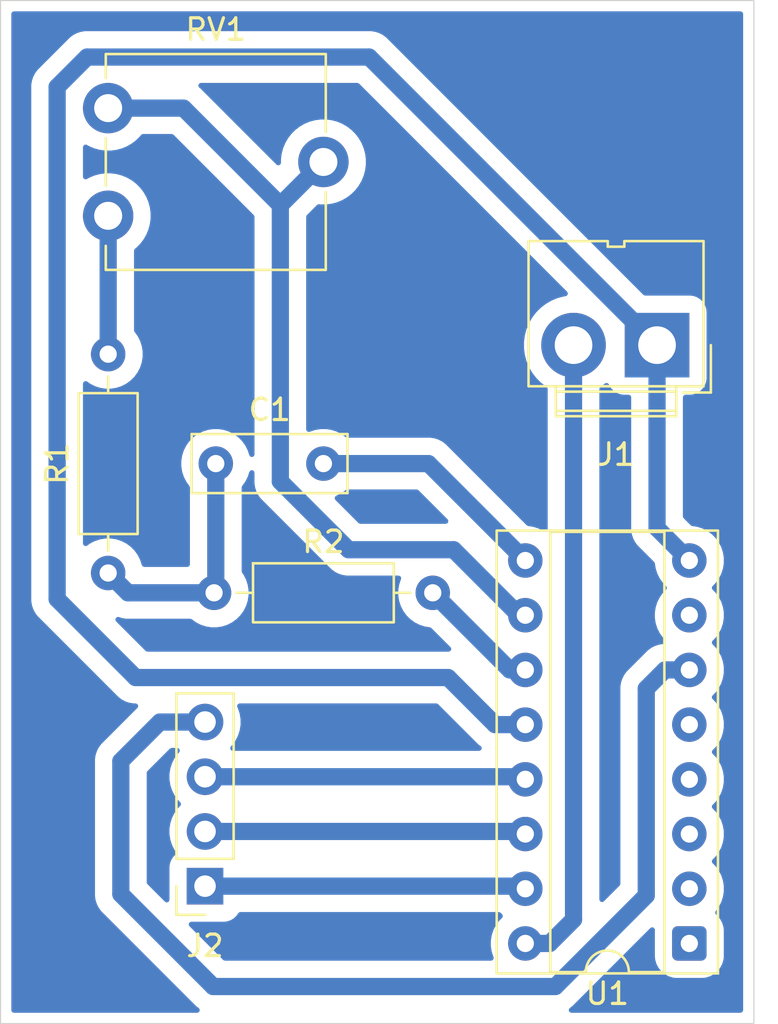
<source format=kicad_pcb>
(kicad_pcb (version 20241229) (generator "pcbnew") (generator_version "9.0")
  (layers (0 "F.Cu" signal) (2 "B.Cu" signal) (13 "F.Paste" user) (15 "B.Paste" user) (5 "F.SilkS" user "F.Silkscreen") (7 "B.SilkS" user "B.Silkscreen") (1 "F.Mask" user) (3 "B.Mask" user) (25 "Edge.Cuts" user))
  (net 0 "")
  (net 1 "Net-(C1-Pad1)")
  (net 2 "Net-(U1-~{Φ0})")
  (net 3 "GND")
  (net 4 "VCC")
  (net 5 "Net-(J2-Pin_2)")
  (net 6 "Net-(J2-Pin_3)")
  (net 7 "Net-(J2-Pin_4)")
  (net 8 "Net-(J2-Pin_1)")
  (net 9 "Net-(R1-Pad2)")
  (net 10 "Net-(U1-~{Φ1})")
  (net 11 "Net-(U1-Φ0)")
  (footprint "Connector_PinSocket_2.54mm:PinSocket_1x04_P2.54mm_Vertical" (layer "F.Cu") (at 103 94.12 180)
    (property "Reference" "J2" (at 0 -2.77 0) (layer "F.SilkS"))
    (property "Value" "Conn_01x04_Socket")
    (fp_line (start 1.33 1.27) (end 1.33 8.95) (stroke (width 0.12)) (layer "F.SilkS"))
    (fp_line (start 1.33 -1.33) (end 1.33 0) (stroke (width 0.12)) (layer "F.SilkS"))
    (fp_line (start 0 -1.33) (end 1.33 -1.33) (stroke (width 0.12)) (layer "F.SilkS"))
    (fp_line (start -1.33 8.95) (end 1.33 8.95) (stroke (width 0.12)) (layer "F.SilkS"))
    (fp_line (start -1.33 1.27) (end 1.33 1.27) (stroke (width 0.12)) (layer "F.SilkS"))
    (fp_line (start -1.33 1.27) (end -1.33 8.95) (stroke (width 0.12)) (layer "F.SilkS"))
    (pad "1" thru_hole rect (at 0 0 180) (size 1.7 1.7) (drill 1) (layers "*.Cu" "*.Mask") (net 8 "Net-(J2-Pin_1)"))
    (pad "2" thru_hole circle (at 0 2.54 180) (size 1.7 1.7) (drill 1) (layers "*.Cu" "*.Mask") (net 5 "Net-(J2-Pin_2)"))
    (pad "3" thru_hole circle (at 0 5.08 180) (size 1.7 1.7) (drill 1) (layers "*.Cu" "*.Mask") (net 6 "Net-(J2-Pin_3)"))
    (pad "4" thru_hole circle (at 0 7.62 180) (size 1.7 1.7) (drill 1) (layers "*.Cu" "*.Mask") (net 7 "Net-(J2-Pin_4)"))
  )
  (footprint "Potentiometer_THT:Potentiometer_ACP_CA9-V10_Vertical" (layer "F.Cu") (at 98.5 62.995)
    (property "Reference" "RV1" (at 5 -8.65 0) (layer "F.SilkS"))
    (property "Value" "R_Potentiometer")
    (fp_line (start -0.11 -7.51) (end 10.11 -7.51) (stroke (width 0.12)) (layer "F.SilkS"))
    (fp_line (start -0.11 -6.396) (end -0.11 -7.51) (stroke (width 0.12)) (layer "F.SilkS"))
    (fp_line (start -0.11 -1.396) (end -0.11 -3.604) (stroke (width 0.12)) (layer "F.SilkS"))
    (fp_line (start -0.11 2.51) (end -0.11 1.396) (stroke (width 0.12)) (layer "F.SilkS"))
    (fp_line (start 10.11 -7.51) (end 10.11 -3.896) (stroke (width 0.12)) (layer "F.SilkS"))
    (fp_line (start 10.11 -1.104) (end 10.11 2.51) (stroke (width 0.12)) (layer "F.SilkS"))
    (fp_line (start 10.11 2.51) (end -0.11 2.51) (stroke (width 0.12)) (layer "F.SilkS"))
    (pad "1" thru_hole circle (at 0 0) (size 2.34 2.34) (drill 1.3) (layers "*.Cu" "*.Mask") (net 9 "Net-(R1-Pad2)"))
    (pad "2" thru_hole circle (at 10 -2.5) (size 2.34 2.34) (drill 1.3) (layers "*.Cu" "*.Mask") (net 11 "Net-(U1-Φ0)"))
    (pad "3" thru_hole circle (at 0 -5) (size 2.34 2.34) (drill 1.3) (layers "*.Cu" "*.Mask") (net 11 "Net-(U1-Φ0)"))
  )
  (footprint "Resistor_THT:R_Axial_DIN0207_L6.3mm_D2.5mm_P10.16mm_Horizontal" (layer "F.Cu") (at 98.5 79.58 90)
    (property "Reference" "R1" (at 5.08 -2.37 90) (layer "F.SilkS"))
    (property "Value" "4k4")
    (fp_line (start 9.12 0) (end 8.35 0) (stroke (width 0.12)) (layer "F.SilkS"))
    (fp_line (start 1.04 0) (end 1.81 0) (stroke (width 0.12)) (layer "F.SilkS"))
    (fp_rect (start 1.81 -1.37) (end 8.35 1.37) (stroke (width 0.12)) (fill no) (layer "F.SilkS"))
    (pad "1" thru_hole circle (at 0 0 90) (size 1.6 1.6) (drill 0.8) (layers "*.Cu" "*.Mask") (net 1 "Net-(C1-Pad1)"))
    (pad "2" thru_hole circle (at 10.16 0 90) (size 1.6 1.6) (drill 0.8) (layers "*.Cu" "*.Mask") (net 9 "Net-(R1-Pad2)"))
  )
  (footprint "Resistor_THT:R_Axial_DIN0207_L6.3mm_D2.5mm_P10.16mm_Horizontal" (layer "F.Cu") (at 103.42 80.5)
    (property "Reference" "R2" (at 5.08 -2.37 0) (layer "F.SilkS"))
    (property "Value" "48k9")
    (fp_line (start 1.04 0) (end 1.81 0) (stroke (width 0.12)) (layer "F.SilkS"))
    (fp_line (start 9.12 0) (end 8.35 0) (stroke (width 0.12)) (layer "F.SilkS"))
    (fp_rect (start 1.81 -1.37) (end 8.35 1.37) (stroke (width 0.12)) (fill no) (layer "F.SilkS"))
    (pad "1" thru_hole circle (at 0 0) (size 1.6 1.6) (drill 0.8) (layers "*.Cu" "*.Mask") (net 1 "Net-(C1-Pad1)"))
    (pad "2" thru_hole circle (at 10.16 0) (size 1.6 1.6) (drill 0.8) (layers "*.Cu" "*.Mask") (net 10 "Net-(U1-~{Φ1})"))
  )
  (footprint "Connector:JWT_A3963_1x02_P3.96mm_Vertical" (layer "F.Cu") (at 124 69 180)
    (property "Reference" "J1" (at 1.91 -5.08 0) (layer "F.SilkS"))
    (property "Value" "Conn_01x02_Socket")
    (fp_line (start 5.97 4.83) (end 5.97 0) (stroke (width 0.12)) (layer "F.SilkS"))
    (fp_line (start 5.97 -1.91) (end 5.97 0) (stroke (width 0.12)) (layer "F.SilkS"))
    (fp_line (start 4.7 -1.91) (end 4.7 -3.3) (stroke (width 0.12)) (layer "F.SilkS"))
    (fp_line (start 2.29 4.83) (end 5.97 4.83) (stroke (width 0.12)) (layer "F.SilkS"))
    (fp_line (start 2.29 4.57) (end 2.29 4.83) (stroke (width 0.12)) (layer "F.SilkS"))
    (fp_line (start 1.52 4.83) (end 1.52 4.57) (stroke (width 0.12)) (layer "F.SilkS"))
    (fp_line (start 1.52 4.83) (end -2.16 4.83) (stroke (width 0.12)) (layer "F.SilkS"))
    (fp_line (start 1.52 4.57) (end 2.29 4.57) (stroke (width 0.12)) (layer "F.SilkS"))
    (fp_line (start -0.89 -1.91) (end -0.89 -3.3) (stroke (width 0.12)) (layer "F.SilkS"))
    (fp_line (start -0.89 -2.16) (end 4.7 -2.16) (stroke (width 0.12)) (layer "F.SilkS"))
    (fp_line (start -0.89 -3.05) (end 4.7 -3.05) (stroke (width 0.12)) (layer "F.SilkS"))
    (fp_line (start -0.89 -3.3) (end 4.7 -3.3) (stroke (width 0.12)) (layer "F.SilkS"))
    (fp_line (start -1.2 -2.2) (end -2.5 -2.2) (stroke (width 0.12)) (layer "F.SilkS"))
    (fp_line (start -2.16 0) (end -2.16 4.83) (stroke (width 0.12)) (layer "F.SilkS"))
    (fp_line (start -2.16 -1.91) (end 5.97 -1.91) (stroke (width 0.12)) (layer "F.SilkS"))
    (fp_line (start -2.16 -1.91) (end -2.16 0) (stroke (width 0.12)) (layer "F.SilkS"))
    (fp_line (start -2.5 -2.2) (end -2.5 0) (stroke (width 0.12)) (layer "F.SilkS"))
    (pad "1" thru_hole rect (at 0 0 180) (size 3 3) (drill 1.75) (layers "*.Cu" "*.Mask") (net 3 "GND"))
    (pad "2" thru_hole circle (at 3.88 0 180) (size 3 3) (drill 1.75) (layers "*.Cu" "*.Mask") (net 4 "VCC"))
  )
  (footprint "Capacitor_THT:C_Disc_D7.0mm_W2.5mm_P5.00mm" (layer "F.Cu") (at 103.5 74.5)
    (property "Reference" "C1" (at 2.5 -2.5 0) (layer "F.SilkS"))
    (property "Value" "100nF")
    (fp_line (start -1.12 -1.37) (end 6.12 -1.37) (stroke (width 0.12)) (layer "F.SilkS"))
    (fp_line (start -1.12 1.37) (end -1.12 -1.37) (stroke (width 0.12)) (layer "F.SilkS"))
    (fp_line (start 6.12 -1.37) (end 6.12 1.37) (stroke (width 0.12)) (layer "F.SilkS"))
    (fp_line (start 6.12 1.37) (end -1.12 1.37) (stroke (width 0.12)) (layer "F.SilkS"))
    (pad "1" thru_hole circle (at 0 0) (size 1.6 1.6) (drill 0.8) (layers "*.Cu" "*.Mask") (net 1 "Net-(C1-Pad1)"))
    (pad "2" thru_hole circle (at 5 0) (size 1.6 1.6) (drill 0.8) (layers "*.Cu" "*.Mask") (net 2 "Net-(U1-~{Φ0})"))
  )
  (footprint "Package_DIP:DIP-16_W7.62mm_Socket" (layer "F.Cu") (at 125.5 96.78 180)
    (property "Reference" "U1" (at 3.81 -2.33 0) (layer "F.SilkS"))
    (property "Value" "74HC4060")
    (fp_line (start 6.46 19.11) (end 6.46 -1.33) (stroke (width 0.12)) (layer "F.SilkS"))
    (fp_line (start 6.46 -1.33) (end 4.81 -1.33) (stroke (width 0.12)) (layer "F.SilkS"))
    (fp_line (start 2.81 -1.33) (end 1.16 -1.33) (stroke (width 0.12)) (layer "F.SilkS"))
    (fp_line (start 1.16 19.11) (end 6.46 19.11) (stroke (width 0.12)) (layer "F.SilkS"))
    (fp_line (start 1.16 -1.33) (end 1.16 19.11) (stroke (width 0.12)) (layer "F.SilkS"))
    (fp_rect (start -1.33 -1.39) (end 8.95 19.17) (stroke (width 0.12)) (fill no) (layer "F.SilkS"))
    (fp_arc (start 4.81 -1.33) (mid 3.81 -0.33) (end 2.81 -1.33) (stroke (width 0.12)) (layer "F.SilkS"))
    (pad "1" thru_hole roundrect (at 0 0 180) (size 1.6 1.6) (drill 0.8) (layers "*.Cu" "*.Mask") (roundrect_rratio 0.15625))
    (pad "2" thru_hole circle (at 0 2.54 180) (size 1.6 1.6) (drill 0.8) (layers "*.Cu" "*.Mask"))
    (pad "3" thru_hole circle (at 0 5.08 180) (size 1.6 1.6) (drill 0.8) (layers "*.Cu" "*.Mask"))
    (pad "4" thru_hole circle (at 0 7.62 180) (size 1.6 1.6) (drill 0.8) (layers "*.Cu" "*.Mask"))
    (pad "5" thru_hole circle (at 0 10.16 180) (size 1.6 1.6) (drill 0.8) (layers "*.Cu" "*.Mask"))
    (pad "6" thru_hole circle (at 0 12.7 180) (size 1.6 1.6) (drill 0.8) (layers "*.Cu" "*.Mask") (net 7 "Net-(J2-Pin_4)"))
    (pad "7" thru_hole circle (at 0 15.24 180) (size 1.6 1.6) (drill 0.8) (layers "*.Cu" "*.Mask"))
    (pad "8" thru_hole circle (at 0 17.78 180) (size 1.6 1.6) (drill 0.8) (layers "*.Cu" "*.Mask") (net 3 "GND"))
    (pad "9" thru_hole circle (at 7.62 17.78 180) (size 1.6 1.6) (drill 0.8) (layers "*.Cu" "*.Mask") (net 2 "Net-(U1-~{Φ0})"))
    (pad "10" thru_hole circle (at 7.62 15.24 180) (size 1.6 1.6) (drill 0.8) (layers "*.Cu" "*.Mask") (net 11 "Net-(U1-Φ0)"))
    (pad "11" thru_hole circle (at 7.62 12.7 180) (size 1.6 1.6) (drill 0.8) (layers "*.Cu" "*.Mask") (net 10 "Net-(U1-~{Φ1})"))
    (pad "12" thru_hole circle (at 7.62 10.16 180) (size 1.6 1.6) (drill 0.8) (layers "*.Cu" "*.Mask") (net 3 "GND"))
    (pad "13" thru_hole circle (at 7.62 7.62 180) (size 1.6 1.6) (drill 0.8) (layers "*.Cu" "*.Mask") (net 6 "Net-(J2-Pin_3)"))
    (pad "14" thru_hole circle (at 7.62 5.08 180) (size 1.6 1.6) (drill 0.8) (layers "*.Cu" "*.Mask") (net 5 "Net-(J2-Pin_2)"))
    (pad "15" thru_hole circle (at 7.62 2.54 180) (size 1.6 1.6) (drill 0.8) (layers "*.Cu" "*.Mask") (net 8 "Net-(J2-Pin_1)"))
    (pad "16" thru_hole circle (at 7.62 0 180) (size 1.6 1.6) (drill 0.8) (layers "*.Cu" "*.Mask") (net 4 "VCC"))
  )
  (gr_rect (start 93.5 53) (end 128.5 100.5) (stroke (width 0.05)) (fill no) (layer "Edge.Cuts"))
  (segment (start 99.42 80.5) (end 98.5 79.58) (width 0.8) (layer "B.Cu") (net 1))
  (segment (start 103.5 80.42) (end 103.42 80.5) (width 0.8) (layer "B.Cu") (net 1))
  (segment (start 103.42 80.5) (end 99.42 80.5) (width 0.8) (layer "B.Cu") (net 1))
  (segment (start 103.5 74.5) (end 103.5 80.42) (width 0.8) (layer "B.Cu") (net 1))
  (segment (start 113.38 74.5) (end 117.88 79) (width 0.8) (layer "B.Cu") (net 2))
  (segment (start 108.5 74.5) (end 113.38 74.5) (width 0.8) (layer "B.Cu") (net 2))
  (segment (start 124 77.5) (end 125.5 79) (width 0.8) (layer "B.Cu") (net 3))
  (segment (start 116.477844 86.62) (end 117.88 86.62) (width 0.8) (layer "B.Cu") (net 3))
  (segment (start 124 69) (end 110.624 55.624) (width 0.8) (layer "B.Cu") (net 3))
  (segment (start 99.775556 84.434) (end 114.291844 84.434) (width 0.8) (layer "B.Cu") (net 3))
  (segment (start 96.129 80.787444) (end 99.775556 84.434) (width 0.8) (layer "B.Cu") (net 3))
  (segment (start 124 69) (end 124 77.5) (width 0.8) (layer "B.Cu") (net 3))
  (segment (start 114.291844 84.434) (end 116.477844 86.62) (width 0.8) (layer "B.Cu") (net 3))
  (segment (start 97.517899 55.624) (end 96.129 57.012899) (width 0.8) (layer "B.Cu") (net 3))
  (segment (start 110.624 55.624) (end 97.517899 55.624) (width 0.8) (layer "B.Cu") (net 3))
  (segment (start 96.129 57.012899) (end 96.129 80.787444) (width 0.8) (layer "B.Cu") (net 3))
  (segment (start 120.12 95.67137) (end 119.01137 96.78) (width 0.8) (layer "B.Cu") (net 4))
  (segment (start 119.01137 96.78) (end 117.88 96.78) (width 0.8) (layer "B.Cu") (net 4))
  (segment (start 120.12 69) (end 120.12 95.67137) (width 0.8) (layer "B.Cu") (net 4))
  (segment (start 117.76 91.58) (end 117.88 91.7) (width 0.8) (layer "B.Cu") (net 5))
  (segment (start 103 91.58) (end 117.76 91.58) (width 0.8) (layer "B.Cu") (net 5))
  (segment (start 103 89.04) (end 117.76 89.04) (width 0.8) (layer "B.Cu") (net 6))
  (segment (start 117.76 89.04) (end 117.88 89.16) (width 0.8) (layer "B.Cu") (net 6))
  (segment (start 123.499 94.556526) (end 123.499 84.94963) (width 0.8) (layer "B.Cu") (net 7))
  (segment (start 123.499 84.94963) (end 124.36863 84.08) (width 0.8) (layer "B.Cu") (net 7))
  (segment (start 100.903712 86.5) (end 99.089 88.314712) (width 0.8) (layer "B.Cu") (net 7))
  (segment (start 103.379 98.781) (end 119.274526 98.781) (width 0.8) (layer "B.Cu") (net 7))
  (segment (start 99.089 88.314712) (end 99.089 94.491) (width 0.8) (layer "B.Cu") (net 7))
  (segment (start 124.36863 84.08) (end 125.5 84.08) (width 0.8) (layer "B.Cu") (net 7))
  (segment (start 99.089 94.491) (end 103.379 98.781) (width 0.8) (layer "B.Cu") (net 7))
  (segment (start 103 86.5) (end 100.903712 86.5) (width 0.8) (layer "B.Cu") (net 7))
  (segment (start 119.274526 98.781) (end 123.499 94.556526) (width 0.8) (layer "B.Cu") (net 7))
  (segment (start 117.76 94.12) (end 117.88 94.24) (width 0.8) (layer "B.Cu") (net 8))
  (segment (start 103 94.12) (end 117.76 94.12) (width 0.8) (layer "B.Cu") (net 8))
  (segment (start 98.5 69.42) (end 98.5 62.995) (width 0.8) (layer "B.Cu") (net 9))
  (segment (start 113.58 80.5) (end 117.16 84.08) (width 0.8) (layer "B.Cu") (net 10))
  (segment (start 117.16 84.08) (end 117.88 84.08) (width 0.8) (layer "B.Cu") (net 10))
  (segment (start 101.998 57.995) (end 106.499 62.496) (width 0.8) (layer "B.Cu") (net 11))
  (segment (start 106.499 62.496) (end 106.499 75.328842) (width 0.8) (layer "B.Cu") (net 11))
  (segment (start 108.5 60.495) (end 106.499 62.496) (width 0.8) (layer "B.Cu") (net 11))
  (segment (start 109.669158 78.499) (end 114.549158 78.499) (width 0.8) (layer "B.Cu") (net 11))
  (segment (start 117.590158 81.54) (end 117.88 81.54) (width 0.8) (layer "B.Cu") (net 11))
  (segment (start 106.499 75.328842) (end 109.669158 78.499) (width 0.8) (layer "B.Cu") (net 11))
  (segment (start 98.5 57.995) (end 101.998 57.995) (width 0.8) (layer "B.Cu") (net 11))
  (segment (start 114.549158 78.499) (end 117.590158 81.54) (width 0.8) (layer "B.Cu") (net 11))
  (zone (net 0) (net_name "") (layer "B.Cu") (connect_pads (clearance 0.5)) (min_thickness 0.25) (fill yes (thermal_gap 0.5) (thermal_bridge_width 0.5) (island_removal_mode 1) (island_area_min 10))
    (polygon (pts (xy 93.5 53) (xy 128.5 53) (xy 128.5 100.5) (xy 93.5 100.5)))
  )
)
</source>
